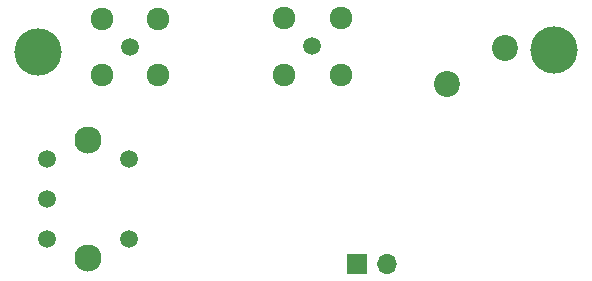
<source format=gbr>
%TF.GenerationSoftware,KiCad,Pcbnew,(6.0.5-0)*%
%TF.CreationDate,2022-07-01T09:39:55-05:00*%
%TF.ProjectId,AM_modulator,414d5f6d-6f64-4756-9c61-746f722e6b69,rev?*%
%TF.SameCoordinates,Original*%
%TF.FileFunction,Copper,L1,Top*%
%TF.FilePolarity,Positive*%
%FSLAX46Y46*%
G04 Gerber Fmt 4.6, Leading zero omitted, Abs format (unit mm)*
G04 Created by KiCad (PCBNEW (6.0.5-0)) date 2022-07-01 09:39:55*
%MOMM*%
%LPD*%
G01*
G04 APERTURE LIST*
%TA.AperFunction,ComponentPad*%
%ADD10C,2.200000*%
%TD*%
%TA.AperFunction,ComponentPad*%
%ADD11C,2.300000*%
%TD*%
%TA.AperFunction,ComponentPad*%
%ADD12C,1.500000*%
%TD*%
%TA.AperFunction,ComponentPad*%
%ADD13C,1.508000*%
%TD*%
%TA.AperFunction,ComponentPad*%
%ADD14C,1.920000*%
%TD*%
%TA.AperFunction,ComponentPad*%
%ADD15R,1.700000X1.700000*%
%TD*%
%TA.AperFunction,ComponentPad*%
%ADD16O,1.700000X1.700000*%
%TD*%
%TA.AperFunction,ComponentPad*%
%ADD17C,4.000000*%
%TD*%
G04 APERTURE END LIST*
D10*
%TO.P,Lpi1,1,1*%
%TO.N,Net-(Antena+1-Pad1)*%
X91300000Y-55770000D03*
%TO.P,Lpi1,2,2*%
%TO.N,GND*%
X86385000Y-58830000D03*
%TD*%
D11*
%TO.P,L1,*%
%TO.N,*%
X55950000Y-73500000D03*
D12*
X52450000Y-71900000D03*
X52450000Y-65100000D03*
X52450000Y-68500000D03*
D11*
X55950000Y-63500000D03*
D12*
%TO.P,L1,1,1*%
%TO.N,Net-(C1-Pad1)*%
X59450000Y-65100000D03*
%TO.P,L1,2,2*%
%TO.N,Net-(C2-Pad2)*%
X59450000Y-71900000D03*
%TD*%
D13*
%TO.P,J4,1*%
%TO.N,Net-(J4-Pad1)*%
X74950000Y-55600000D03*
D14*
%TO.P,J4,G1*%
%TO.N,GND*%
X77350000Y-58000000D03*
%TO.P,J4,G2*%
X77350000Y-53200000D03*
%TO.P,J4,G3*%
X72550000Y-53200000D03*
%TO.P,J4,G4*%
X72550000Y-58000000D03*
%TD*%
D15*
%TO.P,J2,1,Pin_1*%
%TO.N,+12V*%
X78700000Y-74050000D03*
D16*
%TO.P,J2,2,Pin_2*%
%TO.N,GND*%
X81240000Y-74050000D03*
%TD*%
D13*
%TO.P,J3,1*%
%TO.N,Net-(J3-Pad1)*%
X59500000Y-55650000D03*
D14*
%TO.P,J3,G1*%
%TO.N,GND*%
X61900000Y-58050000D03*
%TO.P,J3,G2*%
X61900000Y-53250000D03*
%TO.P,J3,G3*%
X57100000Y-53250000D03*
%TO.P,J3,G4*%
X57100000Y-58050000D03*
%TD*%
D17*
%TO.P,Antena+1,1,Pin_1*%
%TO.N,Net-(Antena+1-Pad1)*%
X95430000Y-55900000D03*
%TD*%
%TO.P,Antena-1,1,Pin_1*%
%TO.N,GND*%
X51700000Y-56050000D03*
%TD*%
M02*

</source>
